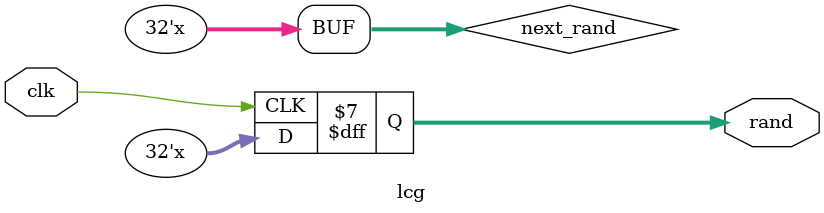
<source format=v>
module lcg #(parameter N=32, a=1103515245, c=12345, seed=1) (
        input clk,
        output reg [N-1:0] rand
    );

    initial rand = seed;

    reg [N-1:0] next_rand;

    always @(*) begin
        next_rand = (a * rand + c) % (2**N);
    end

    always @(posedge clk) begin
        rand <= next_rand;
    end
endmodule
</source>
